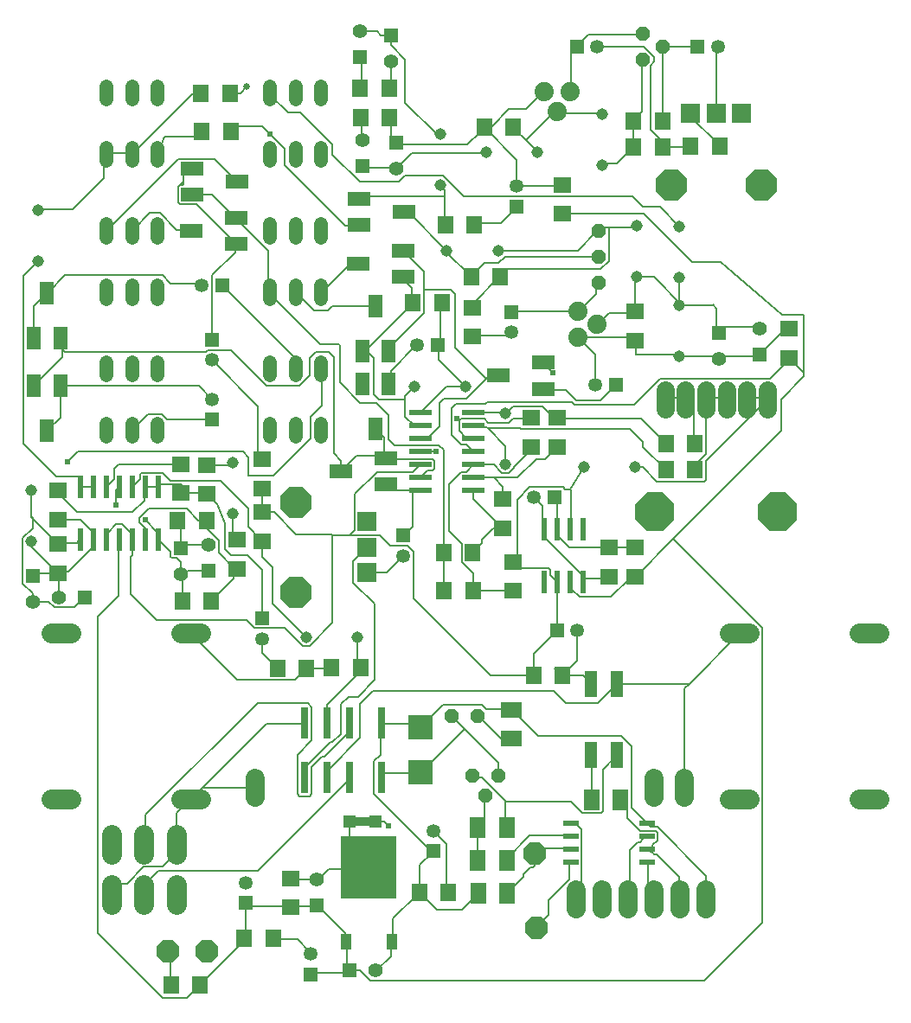
<source format=gbr>
G04 EAGLE Gerber X2 export*
%TF.Part,Single*%
%TF.FileFunction,Copper,L1,Top,Mixed*%
%TF.FilePolarity,Positive*%
%TF.GenerationSoftware,Autodesk,EAGLE,9.2.2*%
%TF.CreationDate,2019-01-20T22:07:49Z*%
G75*
%MOMM*%
%FSLAX34Y34*%
%LPD*%
%INTop Copper*%
%AMOC8*
5,1,8,0,0,1.08239X$1,22.5*%
G01*
%ADD10C,1.143000*%
%ADD11R,1.350000X1.350000*%
%ADD12C,1.350000*%
%ADD13R,1.800000X1.600000*%
%ADD14R,1.600000X1.800000*%
%ADD15C,1.408000*%
%ADD16R,1.408000X1.408000*%
%ADD17C,1.320800*%
%ADD18R,0.600000X2.200000*%
%ADD19R,2.200000X0.600000*%
%ADD20C,1.950000*%
%ADD21R,0.800000X3.100000*%
%ADD22P,1.429621X8X202.500000*%
%ADD23P,2.336880X8X112.500000*%
%ADD24R,1.270000X2.540000*%
%ADD25C,1.879600*%
%ADD26P,1.429621X8X292.500000*%
%ADD27P,1.429621X8X112.500000*%
%ADD28R,1.600000X1.803000*%
%ADD29R,1.320800X2.184400*%
%ADD30R,1.803000X1.600000*%
%ADD31R,2.184400X1.320800*%
%ADD32R,2.000000X1.600000*%
%ADD33R,1.600000X2.000000*%
%ADD34R,1.879600X1.879600*%
%ADD35P,3.247170X8X112.500000*%
%ADD36R,1.000000X1.600000*%
%ADD37R,5.400000X6.200000*%
%ADD38R,1.549400X0.533400*%
%ADD39P,3.247170X8X22.500000*%
%ADD40P,2.336880X8X22.500000*%
%ADD41P,2.336880X8X202.500000*%
%ADD42R,2.400000X2.400000*%
%ADD43R,1.270000X1.270000*%
%ADD44C,0.812800*%
%ADD45C,1.800000*%
%ADD46P,4.123906X8X22.500000*%
%ADD47C,1.879600*%
%ADD48C,0.203200*%
%ADD49C,0.604800*%
%ADD50C,0.654800*%


D10*
X369510Y377210D03*
X319510Y377210D03*
D11*
X525700Y799150D03*
D12*
X525700Y819150D03*
D11*
X520700Y695800D03*
D12*
X520700Y675800D03*
D11*
X227212Y668498D03*
D12*
X227212Y648498D03*
D11*
X622749Y624127D03*
D12*
X602749Y624127D03*
D11*
X448150Y663480D03*
D12*
X428150Y663480D03*
D13*
X521847Y451022D03*
X521847Y423022D03*
D10*
X514350Y596500D03*
X514350Y546500D03*
X247334Y497833D03*
X247334Y547833D03*
D11*
X227423Y590350D03*
D12*
X227423Y610350D03*
D11*
X562450Y514350D03*
D12*
X542450Y514350D03*
D11*
X564801Y384258D03*
D12*
X584801Y384258D03*
D10*
X50691Y471019D03*
X50691Y521019D03*
D11*
X237276Y722116D03*
D12*
X217276Y722116D03*
D10*
X591173Y543656D03*
X641173Y543656D03*
D11*
X414670Y477000D03*
D12*
X414670Y457000D03*
D11*
X276580Y395840D03*
D12*
X276580Y375840D03*
D14*
X541988Y339637D03*
X569988Y339637D03*
D10*
X684850Y652588D03*
X684850Y702588D03*
D11*
X323850Y47150D03*
D12*
X323850Y67150D03*
D14*
X287050Y82550D03*
X259050Y82550D03*
X430500Y127000D03*
X458500Y127000D03*
D11*
X444500Y167800D03*
D12*
X444500Y187800D03*
D11*
X260350Y117000D03*
D12*
X260350Y137000D03*
D13*
X304800Y113000D03*
X304800Y141000D03*
D10*
X57150Y745160D03*
X57150Y795160D03*
D11*
X702740Y955743D03*
D12*
X722740Y955743D03*
D11*
X584360Y955743D03*
D12*
X604360Y955743D03*
D10*
X609600Y839380D03*
X609600Y889380D03*
X545700Y851870D03*
X495700Y851870D03*
D15*
X387350Y50800D03*
D16*
X361950Y50800D03*
D15*
X330200Y139700D03*
D16*
X330200Y114300D03*
D17*
X334200Y708396D02*
X334200Y721604D01*
X309200Y721604D02*
X309200Y708396D01*
X284200Y708396D02*
X284200Y721604D01*
X284200Y768396D02*
X284200Y781604D01*
X309200Y781604D02*
X309200Y768396D01*
X334200Y768396D02*
X334200Y781604D01*
D18*
X111561Y472640D03*
X111561Y524640D03*
X98861Y472640D03*
X124261Y472640D03*
X136961Y472640D03*
X98861Y524640D03*
X124261Y524640D03*
X136961Y524640D03*
X162361Y472640D03*
X162361Y524640D03*
X149661Y472640D03*
X175061Y472640D03*
X149661Y524640D03*
X175061Y524640D03*
D19*
X483200Y533400D03*
X431200Y533400D03*
X483200Y520700D03*
X483200Y546100D03*
X483200Y558800D03*
X431200Y520700D03*
X431200Y546100D03*
X431200Y558800D03*
X483200Y584200D03*
X431200Y584200D03*
X483200Y571500D03*
X483200Y596900D03*
X431200Y571500D03*
X431200Y596900D03*
D18*
X577850Y483200D03*
X577850Y431200D03*
X590550Y483200D03*
X565150Y483200D03*
X552450Y483200D03*
X590550Y431200D03*
X565150Y431200D03*
X552450Y431200D03*
D20*
X89050Y218850D02*
X69550Y218850D01*
X69550Y381150D02*
X89050Y381150D01*
X196550Y218850D02*
X216050Y218850D01*
X216050Y381150D02*
X196550Y381150D01*
D21*
X393600Y293200D03*
X361600Y293200D03*
X339600Y293200D03*
X317600Y293200D03*
X393600Y240200D03*
X361600Y240200D03*
X339600Y240200D03*
X317600Y240200D03*
D22*
X487700Y300000D03*
X462300Y300000D03*
D23*
X543560Y165100D03*
X544560Y92280D03*
D17*
X334200Y843396D02*
X334200Y856604D01*
X309200Y856604D02*
X309200Y843396D01*
X284200Y843396D02*
X284200Y856604D01*
X284200Y903396D02*
X284200Y916604D01*
X309200Y916604D02*
X309200Y903396D01*
X334200Y903396D02*
X334200Y916604D01*
X124200Y916604D02*
X124200Y903396D01*
X149200Y903396D02*
X149200Y916604D01*
X174200Y916604D02*
X174200Y903396D01*
X174200Y856604D02*
X174200Y843396D01*
X149200Y843396D02*
X149200Y856604D01*
X124200Y856604D02*
X124200Y843396D01*
D24*
X598200Y261764D03*
X623600Y261764D03*
X623600Y331764D03*
X598200Y331764D03*
D20*
X861050Y381150D02*
X880550Y381150D01*
X880550Y218850D02*
X861050Y218850D01*
X753550Y381150D02*
X734050Y381150D01*
X734050Y218850D02*
X753550Y218850D01*
D25*
X577850Y911320D03*
X565150Y892270D03*
X552450Y911320D03*
D26*
X649240Y943045D03*
X668290Y955745D03*
X649240Y968445D03*
D27*
X605467Y775216D03*
X605467Y749816D03*
X605467Y724416D03*
D25*
X585360Y696580D03*
X604410Y683880D03*
X585360Y671180D03*
D28*
X454140Y460470D03*
X482580Y460470D03*
X522220Y876490D03*
X493780Y876490D03*
X639830Y882650D03*
X668270Y882650D03*
X401030Y886260D03*
X372590Y886260D03*
X484120Y781050D03*
X455680Y781050D03*
D29*
X374620Y657450D03*
X387350Y701450D03*
X400080Y657450D03*
D28*
X668270Y857250D03*
X639830Y857250D03*
D30*
X570150Y820290D03*
X570150Y791850D03*
X482600Y671580D03*
X482600Y700020D03*
D28*
X509520Y730250D03*
X481080Y730250D03*
D30*
X641350Y696370D03*
X641350Y667930D03*
X792270Y679260D03*
X792270Y650820D03*
D31*
X551940Y620540D03*
X507940Y633270D03*
X551940Y646000D03*
X414430Y730220D03*
X370430Y742950D03*
X414430Y755680D03*
D29*
X400080Y625250D03*
X387350Y581250D03*
X374620Y625250D03*
D30*
X251918Y472845D03*
X251918Y444405D03*
D28*
X226593Y412530D03*
X198153Y412530D03*
D29*
X78770Y623440D03*
X66040Y579440D03*
X53310Y623440D03*
X53310Y669819D03*
X66040Y713819D03*
X78770Y669819D03*
D30*
X76731Y439970D03*
X76731Y468410D03*
X641350Y436630D03*
X641350Y465070D03*
D28*
X423930Y704850D03*
X452370Y704850D03*
D31*
X251289Y762631D03*
X207289Y775361D03*
X251289Y788091D03*
X207892Y836078D03*
X251892Y823348D03*
X207892Y810618D03*
D30*
X276499Y522836D03*
X276499Y551276D03*
D28*
X291360Y346930D03*
X319800Y346930D03*
D31*
X397920Y527020D03*
X353920Y539750D03*
X397920Y552480D03*
D32*
X520700Y278100D03*
X520700Y306100D03*
D28*
X454310Y422674D03*
X482750Y422674D03*
D30*
X615950Y436630D03*
X615950Y465070D03*
X512097Y512377D03*
X512097Y483937D03*
D33*
X515650Y190500D03*
X487650Y190500D03*
D30*
X565150Y592070D03*
X565150Y563630D03*
D28*
X700020Y541290D03*
X671580Y541290D03*
X700020Y566880D03*
X671580Y566880D03*
D33*
X487650Y158750D03*
X515650Y158750D03*
X599191Y218128D03*
X627191Y218128D03*
D28*
X372970Y347730D03*
X344530Y347730D03*
D30*
X539750Y563630D03*
X539750Y592070D03*
X76731Y520750D03*
X76731Y492310D03*
X276638Y471499D03*
X276638Y499939D03*
X222169Y517431D03*
X222169Y545871D03*
X197300Y518438D03*
X197300Y546878D03*
D28*
X216713Y909899D03*
X245153Y909899D03*
D34*
X695800Y890000D03*
X720800Y890000D03*
X745800Y890000D03*
D35*
X676800Y820000D03*
X764800Y820000D03*
D15*
X374650Y863600D03*
D16*
X374650Y838200D03*
D15*
X407339Y835715D03*
D16*
X407339Y861115D03*
D15*
X723362Y650113D03*
D16*
X723362Y675513D03*
D15*
X763270Y679450D03*
D16*
X763270Y654050D03*
D36*
X358200Y79000D03*
X403800Y79000D03*
D37*
X381000Y152000D03*
D38*
X578866Y194727D03*
X578866Y182027D03*
X578866Y169327D03*
X578866Y156627D03*
X653034Y156627D03*
X653034Y169327D03*
X653034Y182027D03*
X653034Y194727D03*
D34*
X379200Y490400D03*
X379200Y465400D03*
X379200Y440400D03*
D39*
X309200Y509400D03*
X309200Y421400D03*
D31*
X371700Y806480D03*
X415700Y793750D03*
X371700Y781020D03*
D17*
X124200Y781604D02*
X124200Y768396D01*
X149200Y768396D02*
X149200Y781604D01*
X174200Y781604D02*
X174200Y768396D01*
X174200Y721604D02*
X174200Y708396D01*
X149200Y708396D02*
X149200Y721604D01*
X124200Y721604D02*
X124200Y708396D01*
D40*
X184150Y69850D03*
D41*
X222250Y69850D03*
D42*
X431800Y288700D03*
X431800Y244700D03*
D43*
X361950Y196850D03*
X387350Y196850D03*
D44*
X361950Y196850D01*
D45*
X690800Y601000D02*
X690800Y619000D01*
X670800Y619000D02*
X670800Y601000D01*
X770800Y601000D02*
X770800Y619000D01*
X710800Y619000D02*
X710800Y601000D01*
X730800Y601000D02*
X730800Y619000D01*
X750800Y619000D02*
X750800Y601000D01*
D46*
X660800Y500000D03*
X780800Y500000D03*
D47*
X711200Y130048D02*
X711200Y111252D01*
X685800Y111252D02*
X685800Y130048D01*
X660400Y130048D02*
X660400Y111252D01*
X635000Y111252D02*
X635000Y130048D01*
X609600Y130048D02*
X609600Y111252D01*
X584200Y111252D02*
X584200Y130048D01*
D20*
X128800Y135000D02*
X128800Y115500D01*
X160800Y115500D02*
X160800Y135000D01*
X192800Y135000D02*
X192800Y115500D01*
X192800Y165000D02*
X192800Y184500D01*
X160800Y184500D02*
X160800Y165000D01*
X128800Y165000D02*
X128800Y184500D01*
D10*
X507200Y755650D03*
X457200Y755650D03*
X475450Y622300D03*
X425450Y622300D03*
X643046Y779801D03*
X643046Y729801D03*
X450850Y869550D03*
X450850Y819550D03*
D15*
X402249Y941311D03*
D16*
X402249Y966711D03*
D15*
X372429Y970281D03*
D16*
X372429Y944881D03*
D22*
X482600Y241300D03*
X495300Y222250D03*
X508000Y241300D03*
D28*
X217305Y872145D03*
X245745Y872145D03*
X724140Y857780D03*
X695700Y857780D03*
D17*
X124200Y646604D02*
X124200Y633396D01*
X149200Y633396D02*
X149200Y646604D01*
X174200Y646604D02*
X174200Y633396D01*
X174200Y586604D02*
X174200Y573396D01*
X149200Y573396D02*
X149200Y586604D01*
X124200Y586604D02*
X124200Y573396D01*
X334200Y573396D02*
X334200Y586604D01*
X309200Y586604D02*
X309200Y573396D01*
X284200Y573396D02*
X284200Y586604D01*
X284200Y633396D02*
X284200Y646604D01*
X309200Y646604D02*
X309200Y633396D01*
X334200Y633396D02*
X334200Y646604D01*
D10*
X684919Y729425D03*
X684919Y779425D03*
D14*
X187720Y36960D03*
X215720Y36960D03*
D33*
X515904Y126365D03*
X487904Y126365D03*
D28*
X221878Y491587D03*
X193438Y491587D03*
D15*
X224152Y467974D03*
D16*
X224152Y442574D03*
D15*
X196571Y438828D03*
D16*
X196571Y464228D03*
D15*
X51756Y412250D03*
D16*
X51756Y437650D03*
D15*
X77080Y416419D03*
D16*
X102480Y416419D03*
D28*
X372474Y915011D03*
X400914Y915011D03*
D47*
X270000Y239398D02*
X270000Y220602D01*
X690000Y220602D02*
X690000Y239398D01*
X660000Y239398D02*
X660000Y220602D01*
D48*
X640080Y465328D02*
X617728Y465328D01*
X615950Y465070D01*
X640080Y465328D02*
X641350Y465070D01*
X564896Y483616D02*
X564896Y512064D01*
X562864Y514096D01*
X564896Y483616D02*
X565150Y483200D01*
X562864Y514096D02*
X562450Y514350D01*
X577088Y465328D02*
X615696Y465328D01*
X577088Y465328D02*
X566928Y475488D01*
X566928Y481584D01*
X615696Y465328D02*
X615950Y465070D01*
X566928Y481584D02*
X565150Y483200D01*
X279306Y467445D02*
X276638Y471499D01*
X158309Y538180D02*
X156821Y536692D01*
X156821Y531800D02*
X149661Y524640D01*
X156821Y531800D02*
X156821Y536692D01*
X179113Y538180D02*
X186588Y530704D01*
X179113Y538180D02*
X158309Y538180D01*
X186588Y530704D02*
X235479Y530704D01*
X286504Y445733D02*
X286504Y410216D01*
X319510Y377210D01*
X286504Y445733D02*
X276638Y455599D01*
X276638Y471499D01*
X263038Y503145D02*
X235479Y530704D01*
X263038Y503145D02*
X263038Y485099D01*
X276638Y471499D01*
X339600Y310867D02*
X339600Y293200D01*
X339600Y310867D02*
X372970Y344237D01*
X372970Y347730D01*
X369510Y351190D01*
X369510Y377210D01*
X131421Y531800D02*
X124261Y524640D01*
X151897Y546736D02*
X152039Y546878D01*
X197300Y546878D01*
X131421Y542512D02*
X131421Y531800D01*
X131421Y542512D02*
X135644Y546736D01*
X151897Y546736D01*
X111165Y524548D02*
X98973Y524548D01*
X98861Y524640D01*
X111165Y524548D02*
X111561Y524640D01*
X98861Y524640D02*
X97923Y525588D01*
X42672Y730682D02*
X57150Y745160D01*
X42672Y730682D02*
X42672Y566928D01*
X75252Y534348D02*
X99277Y534348D01*
X99277Y524852D01*
X98973Y524548D01*
X75252Y534348D02*
X42672Y566928D01*
X361696Y741680D02*
X369824Y741680D01*
X361696Y741680D02*
X335280Y715264D01*
X369824Y741680D02*
X370430Y742950D01*
X335280Y715264D02*
X334600Y713857D01*
X334600Y715000D02*
X335280Y715264D01*
X334200Y715000D01*
X227212Y648498D02*
X272601Y603109D01*
X272601Y555175D01*
X276499Y551276D01*
X227212Y668498D02*
X226506Y670146D01*
X249936Y753872D02*
X249936Y762000D01*
X249936Y753872D02*
X227584Y731520D01*
X227584Y668528D01*
X249936Y762000D02*
X251289Y762631D01*
X227584Y668528D02*
X227212Y668498D01*
X251289Y762631D02*
X249936Y764032D01*
X251289Y762631D02*
X212446Y801474D01*
X199487Y823332D02*
X199487Y830943D01*
X199487Y832540D01*
X199487Y823332D02*
X195918Y819762D01*
X199487Y820933D02*
X199487Y823332D01*
X195918Y819762D02*
X194430Y818274D01*
X194430Y802962D01*
X195918Y801474D01*
X198316Y819762D02*
X199487Y820933D01*
X198316Y819762D02*
X195918Y819762D01*
X195918Y801474D02*
X212446Y801474D01*
X202756Y830943D02*
X207892Y836078D01*
X202756Y830943D02*
X199487Y830943D01*
X149200Y776143D02*
X148336Y776224D01*
X149200Y775000D01*
X193040Y776224D02*
X207264Y776224D01*
X193040Y776224D02*
X176784Y792480D01*
X166624Y792480D01*
X150368Y776224D01*
X207264Y776224D02*
X207289Y775361D01*
X150368Y776224D02*
X149200Y775000D01*
X125984Y776224D02*
X124200Y775000D01*
X194422Y845222D01*
X230018Y845222D01*
X251892Y823348D01*
X522224Y591312D02*
X538480Y591312D01*
X522224Y591312D02*
X518160Y587248D01*
X497840Y587248D01*
X493776Y591312D01*
X471424Y591312D01*
X469392Y589280D01*
X469392Y579120D01*
X475488Y573024D01*
X538480Y591312D02*
X539750Y592070D01*
X469392Y589280D02*
X467360Y591312D01*
D49*
X467360Y591312D03*
D48*
X481676Y573024D02*
X483200Y571500D01*
X481676Y573024D02*
X475488Y573024D01*
X491420Y469310D02*
X482580Y460470D01*
X483616Y520192D02*
X483200Y520700D01*
X491420Y472530D02*
X491420Y469310D01*
X512016Y483937D02*
X483200Y512752D01*
X483200Y520700D01*
X512016Y483937D02*
X512097Y483937D01*
X502827Y483937D02*
X491420Y472530D01*
X502827Y483937D02*
X512097Y483937D01*
X481584Y532384D02*
X483200Y533400D01*
X560832Y562864D02*
X564896Y562864D01*
X565150Y563630D01*
X483200Y533400D02*
X475840Y533400D01*
X483200Y533400D02*
X503091Y533400D01*
X526353Y533400D01*
X544469Y551516D01*
X553548Y551516D02*
X564896Y562864D01*
X553548Y551516D02*
X544469Y551516D01*
X512097Y524394D02*
X512097Y512377D01*
X512097Y524394D02*
X503091Y533400D01*
X539750Y563630D02*
X542060Y563630D01*
X544543Y563630D01*
X517769Y538245D02*
X510931Y538245D01*
X517769Y538245D02*
X522605Y543081D01*
X503076Y546100D02*
X483200Y546100D01*
X522605Y544175D02*
X522605Y543081D01*
X510931Y538245D02*
X503076Y546100D01*
X522605Y544175D02*
X542060Y563630D01*
X476040Y538940D02*
X471148Y538940D01*
X482750Y439693D02*
X482750Y422674D01*
X482750Y439693D02*
X472040Y450403D01*
X472040Y468303D01*
X459000Y481343D01*
X459000Y526792D02*
X471148Y538940D01*
X459000Y526792D02*
X459000Y481343D01*
X476040Y538940D02*
X483200Y546100D01*
X483097Y423022D02*
X521847Y423022D01*
X483097Y423022D02*
X482750Y422674D01*
X560832Y593344D02*
X564896Y593344D01*
X560832Y593344D02*
X550672Y603504D01*
X522224Y603504D01*
X516128Y597408D01*
X564896Y593344D02*
X565150Y592070D01*
X516128Y597408D02*
X514350Y596500D01*
X670560Y564896D02*
X671580Y566880D01*
X566928Y591312D02*
X565150Y592070D01*
X647148Y591312D02*
X671580Y566880D01*
X647148Y591312D02*
X566928Y591312D01*
X514350Y596500D02*
X513950Y596900D01*
X483200Y596900D01*
X670560Y540512D02*
X671580Y541290D01*
X495808Y583184D02*
X483616Y583184D01*
X495808Y583184D02*
X497136Y581856D01*
X483616Y583184D02*
X483200Y584200D01*
X649205Y563665D02*
X671580Y541290D01*
X649205Y563665D02*
X649205Y568569D01*
X529683Y581530D02*
X529357Y581856D01*
X497136Y581856D01*
X636244Y581530D02*
X649205Y568569D01*
X636244Y581530D02*
X529683Y581530D01*
X514350Y564642D02*
X514350Y546500D01*
X514350Y564642D02*
X497136Y581856D01*
X425672Y521176D02*
X423480Y521176D01*
X398998Y521176D01*
X426148Y520700D02*
X431200Y520700D01*
X426148Y520700D02*
X425672Y521176D01*
X398998Y521176D02*
X397920Y527020D01*
X423480Y485810D02*
X414670Y477000D01*
X423480Y485810D02*
X423480Y521176D01*
X343408Y274320D02*
X319024Y249936D01*
X343408Y274320D02*
X345440Y274320D01*
X353568Y282448D01*
X361125Y319088D02*
X370475Y319088D01*
X361125Y319088D02*
X353568Y311531D01*
X353568Y282448D01*
X319024Y249936D02*
X319024Y241624D01*
X317600Y240200D01*
X365760Y430784D02*
X365760Y451960D01*
X365760Y430784D02*
X386632Y409912D01*
X386632Y335245D02*
X370475Y319088D01*
X386632Y335245D02*
X386632Y409912D01*
X365760Y451960D02*
X379200Y465400D01*
X701040Y542544D02*
X701040Y546608D01*
X711200Y556768D01*
X711200Y609600D01*
X701040Y542544D02*
X700020Y541290D01*
X711200Y609600D02*
X710800Y610000D01*
X711200Y611632D02*
X729488Y611632D01*
X730800Y610000D01*
X711200Y611632D02*
X710800Y610000D01*
X699008Y601472D02*
X699008Y566928D01*
X699008Y601472D02*
X690880Y609600D01*
X699008Y566928D02*
X700020Y566880D01*
X690880Y609600D02*
X690800Y610000D01*
X688848Y611632D02*
X672592Y611632D01*
X670800Y610000D01*
X688848Y611632D02*
X690800Y610000D01*
X451104Y666496D02*
X451104Y703072D01*
X451104Y666496D02*
X449072Y664464D01*
X451104Y703072D02*
X452370Y704850D01*
X449072Y664464D02*
X448150Y663480D01*
X456600Y622300D02*
X475450Y622300D01*
X456600Y622300D02*
X431200Y596900D01*
X449072Y662558D02*
X448150Y663480D01*
X449072Y648678D02*
X475450Y622300D01*
X449072Y648678D02*
X449072Y662558D01*
X150368Y851408D02*
X149200Y853043D01*
X121920Y827024D02*
X91440Y796544D01*
X123168Y851810D02*
X123800Y853043D01*
X123952Y851408D02*
X148336Y851408D01*
X149200Y853043D01*
X123952Y851408D02*
X123800Y853043D01*
X123800Y851900D02*
X123952Y851408D01*
X148336Y851408D02*
X149200Y851900D01*
X124200Y850000D02*
X123952Y851408D01*
X123168Y851810D01*
X148336Y851408D02*
X149200Y850000D01*
X123168Y851810D02*
X121920Y850562D01*
X121920Y827024D01*
X91440Y796544D02*
X58534Y796544D01*
X57150Y795160D01*
X208859Y909899D02*
X216713Y909899D01*
X208859Y909899D02*
X150368Y851408D01*
X745744Y887984D02*
X745800Y890000D01*
D50*
X261641Y916266D03*
D48*
X255273Y909899D01*
X245153Y909899D01*
X721360Y890016D02*
X721360Y955040D01*
X722740Y955743D01*
X721360Y890016D02*
X720800Y890000D01*
X668528Y883920D02*
X668528Y955040D01*
X668528Y883920D02*
X668270Y882650D01*
X668528Y955040D02*
X701040Y955040D01*
X702740Y955743D01*
X668528Y955040D02*
X668290Y955745D01*
X648208Y967232D02*
X595376Y967232D01*
X585216Y957072D01*
X648208Y967232D02*
X649240Y968445D01*
X585216Y957072D02*
X584360Y955743D01*
X579120Y950976D02*
X579120Y912368D01*
X579120Y950976D02*
X583184Y955040D01*
X579120Y912368D02*
X577850Y911320D01*
X583184Y955040D02*
X584360Y955743D01*
X534416Y863600D02*
X544576Y853440D01*
X534416Y863600D02*
X522224Y875792D01*
X522220Y876490D01*
X544576Y853440D02*
X545700Y851870D01*
X568960Y890016D02*
X609600Y890016D01*
X568960Y890016D02*
X566928Y892048D01*
X609600Y890016D02*
X609600Y889380D01*
X566928Y892048D02*
X565150Y892270D01*
X564896Y894080D02*
X534416Y863600D01*
X565150Y892270D02*
X564896Y894080D01*
X640080Y881888D02*
X640080Y857504D01*
X639830Y857250D01*
X640080Y881888D02*
X639830Y882650D01*
X623824Y841248D02*
X609600Y841248D01*
X623824Y841248D02*
X638048Y855472D01*
X609600Y841248D02*
X609600Y839380D01*
X638048Y855472D02*
X639830Y857250D01*
X648208Y892048D02*
X648208Y942848D01*
X648208Y892048D02*
X640080Y883920D01*
X648208Y942848D02*
X649240Y943045D01*
X640080Y883920D02*
X639830Y882650D01*
X510032Y782320D02*
X485648Y782320D01*
X484120Y781050D01*
X510032Y782320D02*
X525700Y797988D01*
X525700Y799150D01*
X455168Y808736D02*
X455168Y814832D01*
X455168Y808736D02*
X455168Y782320D01*
X455168Y814832D02*
X451104Y818896D01*
X455168Y782320D02*
X455680Y781050D01*
X451104Y818896D02*
X450850Y819550D01*
X455168Y808736D02*
X371856Y808736D01*
X371700Y806480D01*
X521480Y696580D02*
X585360Y696580D01*
X521480Y696580D02*
X520700Y695800D01*
X603504Y713232D02*
X603504Y723392D01*
X603504Y713232D02*
X587248Y696976D01*
X603504Y723392D02*
X605467Y724416D01*
X587248Y696976D02*
X585360Y696580D01*
X483616Y701040D02*
X483616Y705104D01*
X508000Y729488D01*
X483616Y701040D02*
X482600Y700020D01*
X508000Y729488D02*
X509520Y730250D01*
X508000Y755904D02*
X585216Y755904D01*
X603504Y774192D01*
X508000Y755904D02*
X507200Y755650D01*
X603504Y774192D02*
X605467Y775216D01*
X607568Y778256D02*
X615696Y778256D01*
X641653Y778256D01*
X607568Y778256D02*
X605536Y776224D01*
X641653Y778256D02*
X643046Y779801D01*
X605536Y776224D02*
X605467Y775216D01*
X607568Y737616D02*
X512064Y737616D01*
X607568Y737616D02*
X615696Y745744D01*
X615696Y778256D01*
X512064Y737616D02*
X509520Y730250D01*
X479552Y731520D02*
X457200Y753872D01*
X479552Y731520D02*
X481080Y730250D01*
X457200Y753872D02*
X457200Y755650D01*
X420624Y792480D02*
X416560Y792480D01*
X420624Y792480D02*
X457200Y755904D01*
X416560Y792480D02*
X415700Y793750D01*
X457200Y755904D02*
X457200Y755650D01*
X514096Y749808D02*
X603504Y749808D01*
X514096Y749808D02*
X508000Y743712D01*
X493776Y743712D01*
X481584Y731520D01*
X603504Y749808D02*
X605467Y749816D01*
X481584Y731520D02*
X481080Y730250D01*
X607602Y608980D02*
X622749Y624127D01*
X607602Y608980D02*
X583790Y608980D01*
X573500Y619270D01*
X551940Y620540D01*
X430784Y585216D02*
X424688Y585216D01*
X416560Y593344D01*
X416560Y610296D02*
X416560Y613664D01*
X416560Y610296D02*
X416560Y593344D01*
X416560Y613664D02*
X424688Y621792D01*
X430784Y585216D02*
X431200Y584200D01*
X424688Y621792D02*
X425450Y622300D01*
X422656Y705104D02*
X422656Y719328D01*
X414528Y727456D01*
X422656Y705104D02*
X423930Y704850D01*
X414528Y727456D02*
X414430Y730220D01*
X377952Y658368D02*
X373888Y658368D01*
X377952Y658368D02*
X422656Y703072D01*
X373888Y658368D02*
X374620Y657450D01*
X422656Y703072D02*
X423930Y704850D01*
X416560Y610296D02*
X390467Y610296D01*
X386024Y614739D01*
X386024Y650296D01*
X377952Y658368D01*
X374620Y657450D01*
X453136Y461264D02*
X453482Y460991D01*
X454140Y460470D01*
X278384Y709168D02*
X282448Y713232D01*
X283270Y714307D01*
X283800Y713857D01*
X454310Y460162D02*
X454310Y422674D01*
X454310Y460162D02*
X453482Y460991D01*
X449412Y565500D02*
X406018Y565500D01*
X400304Y571214D01*
X400304Y594824D01*
X449412Y565500D02*
X454310Y560602D01*
X400304Y594824D02*
X388319Y606810D01*
X454310Y560602D02*
X454310Y460162D01*
X352264Y663043D02*
X350794Y664513D01*
X352264Y663043D02*
X352264Y626488D01*
X284480Y713232D02*
X283800Y715000D01*
X283800Y713857D02*
X284480Y713232D01*
X333064Y664513D02*
X350794Y664513D01*
X333064Y664513D02*
X283270Y714307D01*
X371942Y606810D02*
X388319Y606810D01*
X371942Y606810D02*
X352264Y626488D01*
X284200Y715000D02*
X284480Y715264D01*
X283800Y715000D01*
X251289Y788091D02*
X249936Y788416D01*
X251968Y786384D02*
X282448Y755904D01*
X282448Y715264D01*
X251968Y786384D02*
X251289Y788091D01*
X282448Y715264D02*
X284200Y715000D01*
X227734Y810618D02*
X207892Y810618D01*
X227734Y810618D02*
X251968Y786384D01*
X345239Y701040D02*
X386080Y701040D01*
X345239Y701040D02*
X341000Y696801D01*
X327327Y696801D01*
X310896Y713232D01*
X386080Y701040D02*
X387350Y701450D01*
X310896Y713232D02*
X309200Y713857D01*
X308864Y713232D02*
X309200Y715000D01*
X309200Y713857D02*
X308864Y713232D01*
X423032Y851408D02*
X493776Y851408D01*
X423032Y851408D02*
X407339Y835715D01*
X493776Y851408D02*
X495700Y851870D01*
X404368Y837184D02*
X375920Y837184D01*
X374650Y838200D01*
X406817Y835715D02*
X407339Y835715D01*
X406817Y835715D02*
X404368Y837184D01*
X247334Y547833D02*
X245372Y545871D01*
X222169Y545871D01*
X247334Y497833D02*
X247334Y477429D01*
X251918Y472845D01*
X162361Y472640D02*
X161965Y471716D01*
X251918Y444405D02*
X253728Y442603D01*
X156401Y489731D02*
X156401Y494340D01*
X214045Y491587D02*
X221878Y491587D01*
X214045Y491587D02*
X202490Y503142D01*
X162361Y483771D02*
X162361Y472640D01*
X162361Y483771D02*
X156401Y489731D01*
X156401Y494340D02*
X165202Y503142D01*
X202490Y503142D01*
X248604Y434541D02*
X226593Y412530D01*
X221878Y483797D02*
X221878Y491587D01*
X221878Y483797D02*
X233732Y471942D01*
X233732Y460240D01*
X251918Y444405D02*
X248604Y441092D01*
X248604Y434541D01*
X249567Y444405D02*
X251918Y444405D01*
X249567Y444405D02*
X233732Y460240D01*
X227423Y610350D02*
X214333Y623440D01*
X78770Y623440D01*
X78770Y592170D01*
X66040Y579440D01*
X52832Y670560D02*
X52832Y701040D01*
X65024Y713232D01*
X52832Y670560D02*
X53310Y669819D01*
X65024Y713232D02*
X66040Y713819D01*
X186944Y723392D02*
X215392Y723392D01*
X186944Y723392D02*
X178816Y731520D01*
X83312Y731520D01*
X67056Y715264D01*
X215392Y723392D02*
X217276Y722116D01*
X67056Y715264D02*
X66040Y713819D01*
X654304Y156373D02*
X654304Y128016D01*
X660400Y121920D01*
X654304Y156373D02*
X653034Y156627D01*
X660400Y121920D02*
X660400Y120650D01*
X653034Y169327D02*
X653034Y169418D01*
X659613Y165379D02*
X660400Y164592D01*
X662432Y164592D01*
X684784Y142240D01*
X684784Y121920D01*
X659613Y165379D02*
X658572Y166004D01*
X653034Y169327D01*
X684784Y121920D02*
X685800Y120650D01*
X633667Y211652D02*
X627191Y218128D01*
X661833Y187234D02*
X663321Y185746D01*
X663321Y178307D01*
X658572Y173559D02*
X658572Y166004D01*
X658572Y173559D02*
X663321Y178307D01*
X633667Y200087D02*
X633667Y211652D01*
X633667Y200087D02*
X646521Y187234D01*
X661833Y187234D01*
X648995Y179603D02*
X646176Y176784D01*
X644144Y176784D01*
X636016Y168656D01*
X636016Y121920D01*
X648995Y179603D02*
X653034Y182027D01*
X636016Y121920D02*
X635000Y120650D01*
X583184Y195072D02*
X578915Y195072D01*
X583184Y195072D02*
X589280Y188976D01*
X589280Y125984D01*
X585216Y121920D01*
X578866Y194727D02*
X578915Y195072D01*
X585216Y121920D02*
X584200Y120650D01*
X520192Y278384D02*
X510032Y278384D01*
X489712Y298704D01*
X520192Y278384D02*
X520700Y278100D01*
X489712Y298704D02*
X487700Y300000D01*
X430784Y243840D02*
X396240Y243840D01*
X394208Y241808D01*
X430784Y243840D02*
X431800Y244700D01*
X394208Y241808D02*
X393600Y240200D01*
X508000Y241300D02*
X508000Y254000D01*
X473456Y288544D02*
X463296Y298704D01*
X473456Y288544D02*
X508000Y254000D01*
X463296Y298704D02*
X462300Y300000D01*
X473456Y286512D02*
X432816Y245872D01*
X473456Y286512D02*
X473456Y288544D01*
X432816Y245872D02*
X431800Y244700D01*
X487680Y188976D02*
X487680Y160528D01*
X487650Y158750D01*
X487680Y188976D02*
X487650Y190500D01*
X493776Y197104D02*
X493776Y221488D01*
X493776Y197104D02*
X487680Y191008D01*
X493776Y221488D02*
X495300Y222250D01*
X487680Y191008D02*
X487650Y190500D01*
X538480Y182880D02*
X577671Y182880D01*
X538480Y182880D02*
X516128Y160528D01*
X577671Y182880D02*
X578866Y182027D01*
X516128Y160528D02*
X515650Y158750D01*
X520192Y306832D02*
X495808Y306832D01*
X491744Y310896D01*
X453136Y310896D01*
X432816Y290576D01*
X520192Y306832D02*
X520700Y306100D01*
X432816Y290576D02*
X431800Y288700D01*
X428752Y292608D02*
X394208Y292608D01*
X428752Y292608D02*
X430784Y290576D01*
X394208Y292608D02*
X393600Y293200D01*
X430784Y290576D02*
X431800Y288700D01*
X402336Y77216D02*
X402336Y65024D01*
X388112Y50800D01*
X402336Y77216D02*
X403800Y79000D01*
X388112Y50800D02*
X387350Y50800D01*
X430784Y128016D02*
X430784Y154432D01*
X442976Y166624D01*
X430784Y128016D02*
X430500Y127000D01*
X404368Y101600D02*
X404368Y79248D01*
X404368Y101600D02*
X428752Y125984D01*
X404368Y79248D02*
X403800Y79000D01*
X428752Y125984D02*
X430500Y127000D01*
X392176Y262128D02*
X392176Y292608D01*
X392176Y262128D02*
X386080Y256032D01*
X386080Y223520D01*
X442976Y166624D01*
X392176Y292608D02*
X393600Y293200D01*
X444500Y167800D02*
X442976Y166624D01*
X430500Y127000D02*
X447264Y110236D01*
X471775Y110236D02*
X487904Y126365D01*
X471775Y110236D02*
X447264Y110236D01*
X637731Y210029D02*
X653034Y194727D01*
X520924Y306100D02*
X520700Y306100D01*
X520924Y306100D02*
X546668Y280356D01*
X627650Y280356D01*
X637731Y270275D01*
X637731Y210029D01*
X653034Y194727D02*
X656463Y191298D01*
X663517Y191298D01*
X711200Y143614D01*
X711200Y120650D01*
X575689Y170688D02*
X548640Y170688D01*
X544576Y166624D01*
X575689Y170688D02*
X578866Y169327D01*
X544576Y166624D02*
X543560Y165100D01*
X543560Y154021D01*
X532084Y142545D02*
X515904Y126365D01*
X532084Y142545D02*
X532084Y144910D01*
X538830Y151656D01*
X541195Y151656D01*
X543560Y154021D01*
X599068Y262063D02*
X600232Y262465D01*
X599068Y262063D02*
X598200Y261764D01*
X599191Y261940D02*
X599191Y218128D01*
X599191Y261940D02*
X599068Y262063D01*
X144272Y136144D02*
X130048Y136144D01*
X144272Y136144D02*
X160528Y152400D01*
X178816Y152400D01*
X191008Y164592D01*
X130048Y136144D02*
X128800Y135000D01*
X191008Y164592D02*
X192800Y165000D01*
X280416Y292608D02*
X316992Y292608D01*
X217945Y230137D02*
X207264Y219456D01*
X217945Y230137D02*
X280416Y292608D01*
X316992Y292608D02*
X317600Y293200D01*
X207264Y219456D02*
X206300Y218850D01*
X193040Y205232D02*
X193040Y166624D01*
X193040Y205232D02*
X205232Y217424D01*
X193040Y166624D02*
X192800Y165000D01*
X205232Y217424D02*
X206300Y218850D01*
X218083Y230000D02*
X270000Y230000D01*
X218083Y230000D02*
X217945Y230137D01*
X359664Y235712D02*
X359664Y239776D01*
X359664Y235712D02*
X272288Y148336D01*
X174752Y148336D01*
X162560Y136144D01*
X359664Y239776D02*
X361600Y240200D01*
X162560Y136144D02*
X160800Y135000D01*
X291360Y346930D02*
X276580Y361710D01*
X276580Y375840D01*
X359664Y282448D02*
X337312Y260096D01*
X335280Y260096D01*
X325120Y249936D01*
X325120Y223520D01*
X323088Y221488D01*
X312928Y221488D01*
X310896Y223520D01*
X310896Y262128D01*
X325120Y276352D01*
X325120Y308864D01*
X321056Y312928D01*
X272288Y312928D01*
X162560Y203200D01*
X162560Y166760D02*
X160800Y165000D01*
X162560Y166760D02*
X162560Y203200D01*
X359664Y282448D02*
X359664Y291264D01*
X361600Y293200D01*
X570150Y820290D02*
X568960Y820928D01*
X402336Y865632D02*
X402336Y885952D01*
X402336Y865632D02*
X405640Y862328D01*
X402336Y885952D02*
X401030Y886260D01*
X405640Y862328D02*
X407339Y861115D01*
X495808Y877824D02*
X501904Y877824D01*
X518160Y894080D01*
X534416Y894080D01*
X550672Y910336D01*
X495808Y877824D02*
X493780Y876490D01*
X550672Y910336D02*
X552450Y911320D01*
X477520Y859536D02*
X412074Y859536D01*
X489712Y871728D02*
X493776Y875792D01*
X489712Y871728D02*
X477520Y859536D01*
X412074Y859536D02*
X407339Y861115D01*
X493776Y875792D02*
X493780Y876490D01*
X489712Y871728D01*
X525700Y819150D02*
X569010Y819150D01*
X570150Y820290D01*
X525700Y844570D02*
X493780Y876490D01*
X525700Y844570D02*
X525700Y819150D01*
X372220Y278748D02*
X341376Y247904D01*
X372220Y278748D02*
X372220Y311944D01*
X384968Y324692D01*
X561752Y324692D01*
X604721Y312884D02*
X623600Y331764D01*
X604721Y312884D02*
X573560Y312884D01*
X561752Y324692D01*
X341376Y247904D02*
X341376Y241976D01*
X339600Y240200D01*
X694414Y331764D02*
X743800Y381150D01*
X694414Y331764D02*
X623600Y331764D01*
X690000Y327350D02*
X690000Y230000D01*
X690000Y327350D02*
X694414Y331764D01*
X359664Y77216D02*
X359664Y52832D01*
X361696Y50800D01*
X359664Y77216D02*
X358200Y79000D01*
X361696Y50800D02*
X361950Y50800D01*
X355600Y48768D02*
X325120Y48768D01*
X355600Y48768D02*
X359664Y52832D01*
X325120Y48768D02*
X323850Y47150D01*
X359664Y52832D02*
X361950Y50800D01*
X329184Y113792D02*
X304800Y113792D01*
X329184Y113792D02*
X330200Y114300D01*
X260096Y81280D02*
X217424Y38608D01*
X215720Y36960D01*
X260096Y81280D02*
X259050Y82550D01*
X178816Y24384D02*
X115824Y87376D01*
X260096Y83312D02*
X260096Y113792D01*
X260096Y115824D01*
X260350Y117000D01*
X260096Y83312D02*
X259050Y82550D01*
X260096Y113792D02*
X304800Y113792D01*
X304800Y113000D01*
X260350Y117000D02*
X260096Y113792D01*
X357632Y87376D02*
X357632Y79248D01*
X357632Y87376D02*
X331216Y113792D01*
X357632Y79248D02*
X358200Y79000D01*
X331216Y113792D02*
X330200Y114300D01*
X636016Y434848D02*
X640080Y434848D01*
X636016Y434848D02*
X617728Y416560D01*
X587248Y416560D01*
X579120Y424688D01*
X579120Y430784D01*
X640080Y434848D02*
X641350Y436630D01*
X579120Y430784D02*
X577850Y431200D01*
X784352Y579120D02*
X784352Y610352D01*
X784352Y579120D02*
X678688Y473456D01*
X371856Y50800D02*
X361950Y50800D01*
X371856Y50800D02*
X382016Y40640D01*
X709188Y40640D01*
X766064Y97516D01*
X766064Y386080D01*
X678688Y473456D01*
X784352Y610352D02*
X806730Y632730D01*
X571110Y790890D02*
X570150Y791850D01*
X792270Y650820D02*
X793145Y649945D01*
X806730Y636360D01*
X806730Y632730D01*
X641862Y436630D02*
X641350Y436630D01*
X641862Y436630D02*
X678688Y473456D01*
X483200Y558800D02*
X476040Y565960D01*
X471148Y565960D01*
X579455Y607568D02*
X582107Y604916D01*
X465999Y605520D02*
X461796Y601317D01*
X465999Y605520D02*
X494756Y605520D01*
X496804Y607568D01*
X579455Y607568D01*
X471148Y565960D02*
X461796Y575312D01*
X461796Y601317D01*
X773740Y630540D02*
X793145Y649945D01*
X773740Y630540D02*
X666020Y630540D01*
X640396Y604916D02*
X582107Y604916D01*
X640396Y604916D02*
X666020Y630540D01*
X135549Y471228D02*
X135549Y417392D01*
X135549Y471228D02*
X136961Y472640D01*
X215720Y36960D02*
X203144Y24384D01*
X178816Y24384D01*
X785714Y692658D02*
X724797Y744524D01*
X806730Y692658D02*
X806730Y636360D01*
X806730Y692658D02*
X785714Y692658D01*
X135549Y417392D02*
X115824Y397667D01*
X115824Y87376D01*
X570150Y791850D02*
X650120Y791850D01*
X697446Y744524D02*
X724797Y744524D01*
X697446Y744524D02*
X650120Y791850D01*
X276352Y877824D02*
X254286Y877824D01*
X284480Y869696D02*
X298704Y855472D01*
X284480Y869696D02*
X276352Y877824D01*
X298704Y855472D02*
X298704Y839216D01*
X357632Y780288D01*
X369824Y780288D01*
X254286Y877824D02*
X245745Y872145D01*
X369824Y780288D02*
X371700Y781020D01*
X593344Y434848D02*
X615696Y434848D01*
X593344Y434848D02*
X591312Y432816D01*
X615696Y434848D02*
X615950Y436630D01*
X591312Y432816D02*
X590550Y431200D01*
X668528Y857504D02*
X694944Y857504D01*
X668528Y857504D02*
X668270Y857250D01*
X694944Y857504D02*
X695700Y857780D01*
X310896Y81280D02*
X288544Y81280D01*
X310896Y81280D02*
X323088Y69088D01*
X288544Y81280D02*
X287050Y82550D01*
X323088Y69088D02*
X323850Y67150D01*
X329184Y140208D02*
X304800Y140208D01*
X304800Y141000D01*
X329184Y140208D02*
X330200Y139700D01*
X483616Y672592D02*
X518160Y672592D01*
X520192Y674624D01*
X483616Y672592D02*
X482600Y671580D01*
X520192Y674624D02*
X520700Y675800D01*
X136961Y524640D02*
X132961Y520640D01*
X132961Y506924D01*
X431200Y558800D02*
X447040Y558800D01*
X550672Y505968D02*
X550672Y483616D01*
X550672Y505968D02*
X542544Y514096D01*
X550672Y483616D02*
X552450Y483200D01*
X542544Y514096D02*
X542450Y514350D01*
X666496Y857504D02*
X666496Y863600D01*
X656336Y873760D01*
X656336Y936752D01*
X660400Y940816D01*
X660400Y944880D01*
X650240Y955040D01*
X605536Y955040D01*
X666496Y857504D02*
X668270Y857250D01*
X605536Y955040D02*
X604360Y955743D01*
X552704Y475488D02*
X593344Y434848D01*
X552704Y475488D02*
X552704Y481584D01*
X593344Y434848D02*
X590550Y431200D01*
X552704Y481584D02*
X552450Y483200D01*
X379984Y150368D02*
X341376Y150368D01*
X331216Y140208D01*
X379984Y150368D02*
X381000Y152000D01*
X331216Y140208D02*
X330200Y139700D01*
D49*
X132961Y506924D03*
X447040Y558800D03*
X284480Y869696D03*
D48*
X361950Y171050D02*
X381000Y152000D01*
X343730Y346930D02*
X344530Y347730D01*
X343730Y346930D02*
X320300Y346930D01*
X319800Y346930D01*
X320300Y346930D02*
X308745Y335375D01*
X252075Y335375D02*
X206300Y381150D01*
X252075Y335375D02*
X308745Y335375D01*
X361950Y196850D02*
X361950Y171050D01*
X562908Y346717D02*
X569988Y339637D01*
X584801Y354450D02*
X584801Y384258D01*
X584801Y354450D02*
X569988Y339637D01*
X373888Y916432D02*
X373888Y944880D01*
X373888Y916432D02*
X372474Y915011D01*
X372429Y944881D02*
X373888Y944880D01*
X590327Y339637D02*
X598200Y331764D01*
X590327Y339637D02*
X569988Y339637D01*
X577088Y156373D02*
X577088Y140208D01*
X556768Y119888D01*
X556768Y105664D01*
X544576Y93472D01*
X577088Y156373D02*
X578866Y156627D01*
X544576Y93472D02*
X544560Y92280D01*
X457200Y128016D02*
X457200Y174752D01*
X445008Y186944D01*
X457200Y128016D02*
X458500Y127000D01*
X445008Y186944D02*
X444500Y187800D01*
X514096Y216639D02*
X514096Y217424D01*
X514096Y216639D02*
X514096Y191008D01*
X514096Y217424D02*
X491744Y239776D01*
X483616Y239776D01*
X514096Y191008D02*
X515650Y190500D01*
X483616Y239776D02*
X482600Y241300D01*
D49*
X400380Y192500D03*
D48*
X396030Y196850D02*
X387350Y196850D01*
X396030Y196850D02*
X400380Y192500D01*
X608243Y205588D02*
X609731Y207076D01*
X608243Y205588D02*
X590139Y205588D01*
X609731Y247895D02*
X623600Y261764D01*
X609731Y247895D02*
X609731Y207076D01*
X590139Y205588D02*
X579089Y216639D01*
X514096Y216639D01*
X579120Y483616D02*
X579120Y522224D01*
X579120Y483616D02*
X577850Y483200D01*
X578134Y522224D02*
X591173Y543656D01*
X591312Y544047D01*
X566928Y430784D02*
X566928Y426580D01*
X566928Y430784D02*
X565150Y431200D01*
X573024Y522224D02*
X578134Y522224D01*
X573024Y522224D02*
X570992Y524256D01*
X538480Y524256D01*
X526288Y512064D01*
X125389Y479844D02*
X125389Y473748D01*
X124261Y472640D01*
X550846Y646176D02*
X551940Y646000D01*
X521847Y451022D02*
X526288Y446820D01*
X556502Y444740D02*
X557990Y443252D01*
X565422Y426580D02*
X566928Y426580D01*
X551940Y644620D02*
X551940Y646000D01*
X551940Y644620D02*
X560540Y636020D01*
D49*
X560540Y636020D03*
D48*
X557990Y443252D02*
X557990Y438360D01*
X565150Y431200D01*
X133517Y487972D02*
X125389Y479844D01*
X133517Y487972D02*
X139613Y487972D01*
X147741Y479844D01*
X147741Y473748D01*
X125389Y479844D02*
X124261Y472640D01*
X147741Y473748D02*
X149661Y472640D01*
X148191Y456177D02*
X148191Y419410D01*
X149661Y457647D02*
X149661Y472640D01*
X149661Y457647D02*
X148191Y456177D01*
X148191Y419410D02*
X173360Y394240D01*
X316091Y368955D02*
X322929Y368955D01*
X268778Y386550D02*
X261088Y394240D01*
X268778Y386550D02*
X298496Y386550D01*
X316091Y368955D01*
X261088Y394240D02*
X173360Y394240D01*
X322929Y368955D02*
X345078Y391104D01*
X526288Y446820D02*
X526288Y512064D01*
X276499Y522836D02*
X276499Y500078D01*
X276638Y499939D01*
X309643Y478194D02*
X344044Y478194D01*
X345078Y477161D02*
X345078Y391104D01*
X345078Y477161D02*
X344044Y478194D01*
X345078Y477161D02*
X362261Y477161D01*
X368573Y477161D01*
X368750Y477338D01*
X391511Y477338D01*
X424040Y538940D02*
X431200Y546100D01*
X367262Y482162D02*
X362261Y477161D01*
X388722Y538940D02*
X424040Y538940D01*
X388722Y538940D02*
X367262Y517480D01*
X367262Y482162D01*
X391511Y477338D02*
X401912Y466936D01*
X419016Y466936D01*
X424688Y461264D01*
X424688Y415101D01*
X500152Y339637D01*
X541988Y339637D01*
X564801Y384258D02*
X565150Y384607D01*
X565150Y431200D01*
X564801Y384258D02*
X541988Y361445D01*
X541988Y339637D01*
X578134Y522224D02*
X579120Y522224D01*
X287899Y499939D02*
X276638Y499939D01*
X287899Y499939D02*
X309643Y478194D01*
X521847Y451022D02*
X528129Y444740D01*
X556502Y444740D01*
X197607Y526580D02*
X176189Y526580D01*
X197607Y526580D02*
X197300Y518438D01*
X176189Y526580D02*
X175061Y524640D01*
X174157Y524548D02*
X163997Y524548D01*
X162361Y524640D01*
X174157Y524548D02*
X175061Y524640D01*
X161361Y511048D02*
X149807Y499494D01*
X161361Y511048D02*
X161361Y523640D01*
X162361Y524640D01*
X149807Y499494D02*
X95388Y499494D01*
X76731Y518151D01*
X76731Y520750D01*
X232081Y507519D02*
X239860Y488738D01*
X239860Y463674D01*
X245989Y457544D01*
X262245Y457544D01*
X276580Y443209D01*
X276580Y395840D01*
X221161Y518438D02*
X197300Y518438D01*
X221161Y518438D02*
X222169Y517431D01*
X232081Y507519D01*
X398070Y440400D02*
X414670Y457000D01*
X398070Y440400D02*
X379200Y440400D01*
X416560Y900176D02*
X416560Y942848D01*
X402249Y966711D02*
X392698Y966711D01*
X389127Y970281D01*
X372429Y970281D01*
X402249Y966711D02*
X402249Y957159D01*
X416560Y942848D01*
X416560Y900176D02*
X447186Y869550D01*
X450850Y869550D01*
X749808Y611632D02*
X750800Y610000D01*
X751840Y611632D02*
X770128Y611632D01*
X770800Y610000D01*
X751840Y611632D02*
X750800Y610000D01*
X770800Y610000D02*
X710560Y549760D01*
X710560Y531223D01*
X709072Y529735D01*
X648607Y543656D02*
X641173Y543656D01*
X648607Y543656D02*
X662528Y529735D01*
X709072Y529735D01*
X719328Y652272D02*
X686816Y652272D01*
X719328Y652272D02*
X721360Y650240D01*
X686816Y652272D02*
X684850Y652588D01*
X721360Y650240D02*
X723362Y650113D01*
X725424Y652272D02*
X762000Y652272D01*
X725424Y652272D02*
X723392Y650240D01*
X762000Y652272D02*
X763270Y654050D01*
X723392Y650240D02*
X723362Y650113D01*
X642112Y654304D02*
X642112Y666496D01*
X641689Y667292D01*
X641350Y667930D01*
X642112Y654304D02*
X684784Y654304D01*
X684850Y652588D01*
X637801Y671180D02*
X585360Y671180D01*
X637801Y671180D02*
X641689Y667292D01*
X602749Y653791D02*
X602749Y624127D01*
X602749Y653791D02*
X585360Y671180D01*
X763270Y654050D02*
X788480Y679260D01*
X792270Y679260D01*
X174752Y851408D02*
X174600Y853043D01*
X174600Y851900D02*
X174752Y851408D01*
X181140Y867701D01*
X174752Y851408D02*
X174200Y850000D01*
X181140Y867701D02*
X221206Y867701D01*
X217305Y871602D01*
X217305Y872145D01*
X227423Y590350D02*
X183386Y590350D01*
X177988Y595748D01*
X164948Y595748D01*
X149200Y580000D01*
X94909Y469684D02*
X78653Y469684D01*
X94909Y469684D02*
X96941Y471716D01*
X78653Y469684D02*
X76731Y468410D01*
X96941Y471716D02*
X98861Y472640D01*
X76621Y467652D02*
X70525Y473748D01*
X76731Y468410D02*
X76621Y467652D01*
D49*
X86181Y549260D03*
D48*
X323457Y592677D02*
X334600Y603820D01*
X334600Y636016D02*
X334600Y636957D01*
X334600Y636016D02*
X334600Y603820D01*
X323457Y592677D02*
X323457Y572151D01*
X335280Y636016D02*
X335280Y638048D01*
X334600Y638100D01*
X334600Y636016D02*
X335280Y636016D01*
X335280Y638048D02*
X334200Y640000D01*
X76731Y468410D02*
X70525Y473748D01*
X86181Y549260D02*
X96041Y559120D01*
X263261Y553326D02*
X263261Y535850D01*
X287156Y535850D01*
X323457Y572151D01*
X76731Y468410D02*
X50691Y494449D01*
X50691Y495257D01*
X50691Y521019D01*
X51756Y412250D02*
X67701Y412250D01*
X73112Y406839D01*
X92900Y406839D01*
X102480Y416419D01*
X51756Y494192D02*
X50691Y495257D01*
X51756Y419978D02*
X51756Y412250D01*
X51756Y483758D02*
X51756Y494192D01*
X42176Y429558D02*
X51756Y419978D01*
X42176Y429558D02*
X42176Y474178D01*
X51756Y483758D01*
X96041Y559120D02*
X257467Y559120D01*
X263261Y553326D01*
X402336Y625856D02*
X402336Y638048D01*
X426720Y662432D01*
X402336Y625856D02*
X400080Y625250D01*
X426720Y662432D02*
X428150Y663480D01*
X694944Y887984D02*
X723392Y859536D01*
X724140Y857780D01*
X694944Y887984D02*
X695800Y890000D01*
X309200Y636957D02*
X308562Y636319D01*
X308864Y636016D02*
X308864Y638048D01*
X308562Y636319D02*
X308864Y636016D01*
X308864Y638048D02*
X309200Y640000D01*
X308864Y640080D02*
X308864Y650240D01*
X237744Y721360D01*
X308864Y640080D02*
X309200Y640000D01*
X237744Y721360D02*
X237276Y722116D01*
X402336Y662432D02*
X402336Y658368D01*
X402336Y662432D02*
X434848Y694944D01*
X434848Y717296D02*
X434848Y735584D01*
X434848Y717296D02*
X434848Y694944D01*
X434848Y735584D02*
X414528Y755904D01*
X402336Y658368D02*
X400080Y657450D01*
X414430Y755680D02*
X414528Y755904D01*
X497840Y631952D02*
X505968Y631952D01*
X495808Y629920D02*
X476536Y610648D01*
X495808Y629920D02*
X497840Y631952D01*
X476536Y610648D02*
X453992Y610648D01*
X449628Y606284D01*
X449628Y583740D01*
X438912Y573024D01*
X505968Y631952D02*
X507940Y633270D01*
X461264Y717296D02*
X434848Y717296D01*
X461264Y717296D02*
X465328Y713232D01*
X465328Y660400D01*
X495808Y629920D01*
X438912Y573024D02*
X432724Y573024D01*
X431200Y571500D01*
X373888Y863600D02*
X373888Y885952D01*
X372590Y886260D01*
X373888Y863600D02*
X374650Y863600D01*
X615696Y694944D02*
X640080Y694944D01*
X615696Y694944D02*
X605536Y684784D01*
X640080Y694944D02*
X641350Y696370D01*
X605536Y684784D02*
X604410Y683880D01*
X684850Y702588D02*
X686816Y703072D01*
X684850Y729294D02*
X684919Y729425D01*
X684784Y703072D02*
X684850Y702588D01*
X721360Y699008D02*
X721360Y680720D01*
X721360Y676656D01*
X721360Y699008D02*
X717296Y703072D01*
X721360Y676656D02*
X723362Y675513D01*
X721360Y680720D02*
X762000Y680720D01*
X763270Y679450D01*
X723362Y675513D02*
X721360Y680720D01*
X642112Y696976D02*
X641350Y696370D01*
X684850Y702588D02*
X686923Y702588D01*
X716812Y702588D01*
X717296Y703072D01*
X684919Y702657D02*
X684850Y702588D01*
X684919Y702657D02*
X684919Y729425D01*
X641350Y728105D02*
X641350Y696370D01*
X641350Y728105D02*
X643046Y729801D01*
X659711Y729801D01*
X686923Y702588D01*
X648645Y798567D02*
X638476Y808736D01*
X453136Y829056D02*
X416560Y829056D01*
X410464Y822960D01*
X371856Y822960D01*
X345440Y849376D01*
X345440Y859536D01*
X313929Y891047D01*
X301737Y891047D01*
X284480Y908304D01*
X283800Y906957D01*
X283800Y908100D02*
X284480Y908304D01*
X284200Y910000D01*
X665777Y798567D02*
X684919Y779425D01*
X665777Y798567D02*
X648645Y798567D01*
X473456Y808736D02*
X453136Y829056D01*
X473456Y808736D02*
X638476Y808736D01*
X186944Y67056D02*
X186944Y38608D01*
X186944Y67056D02*
X184150Y69850D01*
X186944Y38608D02*
X187720Y36960D01*
X396240Y554736D02*
X396240Y573024D01*
X388112Y581152D01*
X396240Y554736D02*
X397920Y552480D01*
X388112Y581152D02*
X387350Y581250D01*
X368906Y554736D02*
X353920Y539750D01*
X368906Y554736D02*
X396240Y554736D01*
X443252Y551640D02*
X445084Y549808D01*
X445084Y542392D01*
X443252Y540560D01*
X438360Y540560D01*
X431200Y533400D01*
X400030Y551640D02*
X397920Y552480D01*
X400030Y551640D02*
X443252Y551640D01*
X81280Y658720D02*
X81280Y668528D01*
X78770Y669819D01*
X346486Y651055D02*
X346486Y557452D01*
X346486Y651055D02*
X341290Y656250D01*
X83109Y656891D02*
X81280Y658720D01*
X346486Y557452D02*
X353920Y550018D01*
X353920Y539750D01*
X81280Y651410D02*
X53310Y623440D01*
X81280Y651410D02*
X81280Y658720D01*
X83312Y656336D02*
X221488Y656336D01*
X223520Y658368D01*
X245872Y658368D01*
X280416Y623824D01*
X312928Y623824D01*
X323088Y633984D01*
X323088Y650240D01*
X329184Y656336D01*
X83312Y656336D02*
X83109Y656891D01*
X341290Y656250D02*
X341376Y656336D01*
X341204Y656336D02*
X329184Y656336D01*
X341204Y656336D02*
X341290Y656250D01*
X193438Y491587D02*
X196571Y488454D01*
X196571Y464228D01*
X200317Y467974D01*
X224152Y467974D01*
X174157Y473748D02*
X174157Y479844D01*
X161965Y492036D01*
X174157Y473748D02*
X175061Y472640D01*
D49*
X161965Y492036D03*
D48*
X196571Y451130D02*
X196571Y438828D01*
X186991Y460710D02*
X175061Y472640D01*
X186991Y460710D02*
X186991Y456136D01*
X188478Y454648D01*
X193053Y454648D01*
X196571Y451130D01*
X196571Y438828D02*
X198153Y437245D01*
X198153Y412530D01*
X203482Y442574D02*
X224152Y442574D01*
X203482Y442574D02*
X198153Y437245D01*
X98973Y492036D02*
X78653Y492036D01*
X98973Y492036D02*
X111165Y479844D01*
X111165Y473748D01*
X78653Y492036D02*
X76731Y492310D01*
X111165Y473748D02*
X111561Y472640D01*
X86781Y441236D02*
X78653Y441236D01*
X86781Y441236D02*
X111165Y465620D01*
X111165Y471716D01*
X78653Y441236D02*
X76731Y439970D01*
X111165Y471716D02*
X111561Y472640D01*
X50691Y471019D02*
X50691Y466009D01*
X76731Y439970D01*
X54076Y439970D01*
X51756Y437650D01*
X77080Y439620D02*
X77080Y416419D01*
X77080Y439620D02*
X76731Y439970D01*
X402336Y916432D02*
X402336Y940816D01*
X402336Y916432D02*
X400914Y915011D01*
X402336Y940816D02*
X402249Y941311D01*
M02*

</source>
